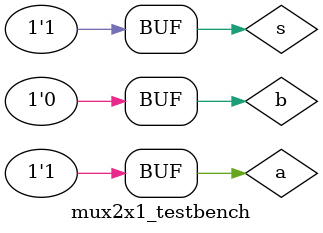
<source format=v>
`define DELAY 20
module mux2x1_testbench();
	reg a,b,s;
	wire out;
	mux2x1 my_mux(out,s,a,b);
	initial begin
	s = 1'b0; a =1'b1; b = 1'b0;
	#`DELAY;
	s = 1'b1; a =1'b1; b = 1'b0;
	#`DELAY;
	end
	initial begin
	$monitor("time=%2d,a=%1b,b=%1b,s=%1b,out=%1b"
	          ,$time,a,b,s,out);
	end
endmodule
</source>
